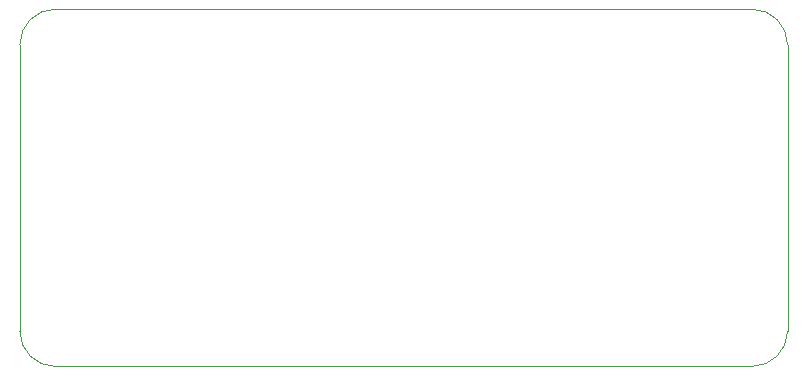
<source format=gbr>
G04 #@! TF.GenerationSoftware,KiCad,Pcbnew,(6.0.4)*
G04 #@! TF.CreationDate,2022-07-30T17:53:11+10:00*
G04 #@! TF.ProjectId,rpi_hat,7270695f-6861-4742-9e6b-696361645f70,rev?*
G04 #@! TF.SameCoordinates,Original*
G04 #@! TF.FileFunction,Profile,NP*
%FSLAX46Y46*%
G04 Gerber Fmt 4.6, Leading zero omitted, Abs format (unit mm)*
G04 Created by KiCad (PCBNEW (6.0.4)) date 2022-07-30 17:53:11*
%MOMM*%
%LPD*%
G01*
G04 APERTURE LIST*
G04 #@! TA.AperFunction,Profile*
%ADD10C,0.100000*%
G04 #@! TD*
G04 APERTURE END LIST*
D10*
X162250000Y-89999995D02*
G75*
G03*
X165249995Y-87000000I-2600J3002595D01*
G01*
X100250000Y-62750000D02*
X100250000Y-87000000D01*
X165250000Y-62750000D02*
G75*
G03*
X162250000Y-59750000I-3000000J0D01*
G01*
X162250000Y-59750000D02*
X103250000Y-59750000D01*
X165250000Y-87000000D02*
X165250000Y-62750000D01*
X103250000Y-90000000D02*
X162250000Y-90000000D01*
X103250000Y-59750000D02*
G75*
G03*
X100250000Y-62750000I0J-3000000D01*
G01*
X100250000Y-87000000D02*
G75*
G03*
X103250000Y-90000000I3000000J0D01*
G01*
M02*

</source>
